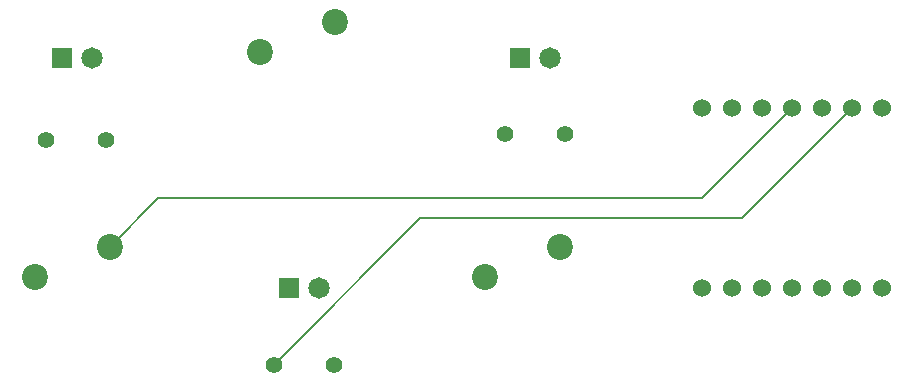
<source format=gbl>
%TF.GenerationSoftware,KiCad,Pcbnew,9.0.2*%
%TF.CreationDate,2025-07-02T22:19:11+01:00*%
%TF.ProjectId,sharfinder,73686172-6669-46e6-9465-722e6b696361,rev?*%
%TF.SameCoordinates,Original*%
%TF.FileFunction,Copper,L2,Bot*%
%TF.FilePolarity,Positive*%
%FSLAX46Y46*%
G04 Gerber Fmt 4.6, Leading zero omitted, Abs format (unit mm)*
G04 Created by KiCad (PCBNEW 9.0.2) date 2025-07-02 22:19:11*
%MOMM*%
%LPD*%
G01*
G04 APERTURE LIST*
%TA.AperFunction,ComponentPad*%
%ADD10C,1.815000*%
%TD*%
%TA.AperFunction,ComponentPad*%
%ADD11R,1.815000X1.815000*%
%TD*%
%TA.AperFunction,ComponentPad*%
%ADD12C,1.400000*%
%TD*%
%TA.AperFunction,ComponentPad*%
%ADD13C,2.200000*%
%TD*%
%TA.AperFunction,ComponentPad*%
%ADD14C,1.524000*%
%TD*%
%TA.AperFunction,Conductor*%
%ADD15C,0.200000*%
%TD*%
G04 APERTURE END LIST*
D10*
%TO.P,D3,A*%
%TO.N,Net-(D3-PadA)*%
X163080000Y-86500000D03*
D11*
%TO.P,D3,C*%
%TO.N,GND*%
X160540000Y-86500000D03*
%TD*%
D12*
%TO.P,R3,1*%
%TO.N,Net-(D3-PadA)*%
X159270000Y-93000000D03*
%TO.P,R3,2*%
%TO.N,LED3*%
X164350000Y-93000000D03*
%TD*%
D13*
%TO.P,SW2,1,1*%
%TO.N,SW2*%
X144890000Y-83460000D03*
%TO.P,SW2,2,2*%
%TO.N,GND*%
X138540000Y-86000000D03*
%TD*%
D12*
%TO.P,R1,1*%
%TO.N,Net-(D1-PadA)*%
X125540000Y-93500000D03*
%TO.P,R1,2*%
%TO.N,LED1*%
X120460000Y-93500000D03*
%TD*%
D13*
%TO.P,SW3,1,1*%
%TO.N,SW3*%
X163990000Y-102560000D03*
%TO.P,SW3,2,2*%
%TO.N,GND*%
X157640000Y-105100000D03*
%TD*%
D10*
%TO.P,D1,A*%
%TO.N,Net-(D1-PadA)*%
X124310000Y-86500000D03*
D11*
%TO.P,D1,C*%
%TO.N,GND*%
X121770000Y-86500000D03*
%TD*%
D12*
%TO.P,R2,1*%
%TO.N,Net-(D2-PadA)*%
X144810000Y-112500000D03*
%TO.P,R2,2*%
%TO.N,LED2*%
X139730000Y-112500000D03*
%TD*%
D14*
%TO.P,U1,1,GPIO26/ADC0/A0*%
%TO.N,LED1*%
X191191500Y-90780000D03*
%TO.P,U1,2,GPIO27/ADC1/A1*%
%TO.N,LED2*%
X188651500Y-90780000D03*
%TO.P,U1,3,GPIO28/ADC2/A2*%
%TO.N,LED3*%
X186111500Y-90780000D03*
%TO.P,U1,4,GPIO29/ADC3/A3*%
%TO.N,SW1*%
X183571500Y-90780000D03*
%TO.P,U1,5,GPIO6/SDA*%
%TO.N,SW2*%
X181031500Y-90780000D03*
%TO.P,U1,6,GPIO7/SCL*%
%TO.N,SW3*%
X178491500Y-90780000D03*
%TO.P,U1,7,GPIO0/TX*%
%TO.N,unconnected-(U1-GPIO0{slash}TX-Pad7)*%
X175951500Y-90780000D03*
%TO.P,U1,8,GPIO1/RX*%
%TO.N,unconnected-(U1-GPIO1{slash}RX-Pad8)*%
X175951500Y-106020000D03*
%TO.P,U1,9,GPIO2/SCK*%
%TO.N,unconnected-(U1-GPIO2{slash}SCK-Pad9)*%
X178491500Y-106020000D03*
%TO.P,U1,10,GPIO4/MISO*%
%TO.N,unconnected-(U1-GPIO4{slash}MISO-Pad10)*%
X181031500Y-106020000D03*
%TO.P,U1,11,GPIO3/MOSI*%
%TO.N,unconnected-(U1-GPIO3{slash}MOSI-Pad11)*%
X183571500Y-106020000D03*
%TO.P,U1,12,3V3*%
%TO.N,unconnected-(U1-3V3-Pad12)*%
X186111500Y-106020000D03*
%TO.P,U1,13,GND*%
%TO.N,GND*%
X188651500Y-106020000D03*
%TO.P,U1,14,VBUS*%
%TO.N,unconnected-(U1-VBUS-Pad14)*%
X191191500Y-106020000D03*
%TD*%
D10*
%TO.P,D2,A*%
%TO.N,Net-(D2-PadA)*%
X143540000Y-106000000D03*
D11*
%TO.P,D2,C*%
%TO.N,GND*%
X141000000Y-106000000D03*
%TD*%
D13*
%TO.P,SW1,1,1*%
%TO.N,SW1*%
X125840000Y-102500000D03*
%TO.P,SW1,2,2*%
%TO.N,GND*%
X119490000Y-105040000D03*
%TD*%
D15*
%TO.N,LED2*%
X179331500Y-100100000D02*
X188651500Y-90780000D01*
X139730000Y-112500000D02*
X152130000Y-100100000D01*
X152130000Y-100100000D02*
X179331500Y-100100000D01*
%TO.N,SW1*%
X125840000Y-102500000D02*
X129940000Y-98400000D01*
X175951500Y-98400000D02*
X183571500Y-90780000D01*
X129940000Y-98400000D02*
X175951500Y-98400000D01*
%TD*%
M02*

</source>
